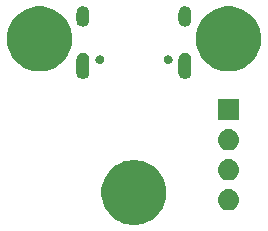
<source format=gbs>
G04 #@! TF.GenerationSoftware,KiCad,Pcbnew,(5.1.4)-1*
G04 #@! TF.CreationDate,2020-02-17T01:36:26-08:00*
G04 #@! TF.ProjectId,daughterboard,64617567-6874-4657-9262-6f6172642e6b,rev?*
G04 #@! TF.SameCoordinates,Original*
G04 #@! TF.FileFunction,Soldermask,Bot*
G04 #@! TF.FilePolarity,Negative*
%FSLAX46Y46*%
G04 Gerber Fmt 4.6, Leading zero omitted, Abs format (unit mm)*
G04 Created by KiCad (PCBNEW (5.1.4)-1) date 2020-02-17 01:36:26*
%MOMM*%
%LPD*%
G04 APERTURE LIST*
%ADD10C,0.100000*%
G04 APERTURE END LIST*
D10*
G36*
X11536694Y-13301860D02*
G01*
X11802437Y-13354719D01*
X12303087Y-13562095D01*
X12483561Y-13682684D01*
X12753660Y-13863158D01*
X13136842Y-14246340D01*
X13317316Y-14516439D01*
X13437905Y-14696913D01*
X13571363Y-15019109D01*
X13645281Y-15197564D01*
X13751000Y-15729049D01*
X13751000Y-16270951D01*
X13716703Y-16443373D01*
X13645281Y-16802437D01*
X13437905Y-17303087D01*
X13322160Y-17476311D01*
X13136842Y-17753660D01*
X12753660Y-18136842D01*
X12490774Y-18312496D01*
X12303087Y-18437905D01*
X11802437Y-18645281D01*
X11536693Y-18698141D01*
X11270951Y-18751000D01*
X10729049Y-18751000D01*
X10463307Y-18698141D01*
X10197563Y-18645281D01*
X9696913Y-18437905D01*
X9509226Y-18312496D01*
X9246340Y-18136842D01*
X8863158Y-17753660D01*
X8677840Y-17476311D01*
X8562095Y-17303087D01*
X8354719Y-16802437D01*
X8283297Y-16443373D01*
X8249000Y-16270951D01*
X8249000Y-15729049D01*
X8354719Y-15197564D01*
X8428637Y-15019109D01*
X8562095Y-14696913D01*
X8682684Y-14516439D01*
X8863158Y-14246340D01*
X9246340Y-13863158D01*
X9516439Y-13682684D01*
X9696913Y-13562095D01*
X10197563Y-13354719D01*
X10463306Y-13301860D01*
X10729049Y-13249000D01*
X11270951Y-13249000D01*
X11536694Y-13301860D01*
X11536694Y-13301860D01*
G37*
G36*
X19110442Y-15725518D02*
G01*
X19176627Y-15732037D01*
X19346466Y-15783557D01*
X19502991Y-15867222D01*
X19538729Y-15896552D01*
X19640186Y-15979814D01*
X19723448Y-16081271D01*
X19752778Y-16117009D01*
X19836443Y-16273534D01*
X19887963Y-16443373D01*
X19905359Y-16620000D01*
X19887963Y-16796627D01*
X19836443Y-16966466D01*
X19752778Y-17122991D01*
X19735212Y-17144395D01*
X19640186Y-17260186D01*
X19538729Y-17343448D01*
X19502991Y-17372778D01*
X19346466Y-17456443D01*
X19176627Y-17507963D01*
X19110442Y-17514482D01*
X19044260Y-17521000D01*
X18955740Y-17521000D01*
X18889558Y-17514482D01*
X18823373Y-17507963D01*
X18653534Y-17456443D01*
X18497009Y-17372778D01*
X18461271Y-17343448D01*
X18359814Y-17260186D01*
X18264788Y-17144395D01*
X18247222Y-17122991D01*
X18163557Y-16966466D01*
X18112037Y-16796627D01*
X18094641Y-16620000D01*
X18112037Y-16443373D01*
X18163557Y-16273534D01*
X18247222Y-16117009D01*
X18276552Y-16081271D01*
X18359814Y-15979814D01*
X18461271Y-15896552D01*
X18497009Y-15867222D01*
X18653534Y-15783557D01*
X18823373Y-15732037D01*
X18889558Y-15725518D01*
X18955740Y-15719000D01*
X19044260Y-15719000D01*
X19110442Y-15725518D01*
X19110442Y-15725518D01*
G37*
G36*
X19110442Y-13185518D02*
G01*
X19176627Y-13192037D01*
X19346466Y-13243557D01*
X19502991Y-13327222D01*
X19536496Y-13354719D01*
X19640186Y-13439814D01*
X19723448Y-13541271D01*
X19752778Y-13577009D01*
X19836443Y-13733534D01*
X19887963Y-13903373D01*
X19905359Y-14080000D01*
X19887963Y-14256627D01*
X19836443Y-14426466D01*
X19752778Y-14582991D01*
X19728537Y-14612529D01*
X19640186Y-14720186D01*
X19538729Y-14803448D01*
X19502991Y-14832778D01*
X19346466Y-14916443D01*
X19176627Y-14967963D01*
X19110442Y-14974482D01*
X19044260Y-14981000D01*
X18955740Y-14981000D01*
X18889558Y-14974482D01*
X18823373Y-14967963D01*
X18653534Y-14916443D01*
X18497009Y-14832778D01*
X18461271Y-14803448D01*
X18359814Y-14720186D01*
X18271463Y-14612529D01*
X18247222Y-14582991D01*
X18163557Y-14426466D01*
X18112037Y-14256627D01*
X18094641Y-14080000D01*
X18112037Y-13903373D01*
X18163557Y-13733534D01*
X18247222Y-13577009D01*
X18276552Y-13541271D01*
X18359814Y-13439814D01*
X18463504Y-13354719D01*
X18497009Y-13327222D01*
X18653534Y-13243557D01*
X18823373Y-13192037D01*
X18889558Y-13185518D01*
X18955740Y-13179000D01*
X19044260Y-13179000D01*
X19110442Y-13185518D01*
X19110442Y-13185518D01*
G37*
G36*
X19110442Y-10645518D02*
G01*
X19176627Y-10652037D01*
X19346466Y-10703557D01*
X19502991Y-10787222D01*
X19538729Y-10816552D01*
X19640186Y-10899814D01*
X19723448Y-11001271D01*
X19752778Y-11037009D01*
X19836443Y-11193534D01*
X19887963Y-11363373D01*
X19905359Y-11540000D01*
X19887963Y-11716627D01*
X19836443Y-11886466D01*
X19752778Y-12042991D01*
X19723448Y-12078729D01*
X19640186Y-12180186D01*
X19538729Y-12263448D01*
X19502991Y-12292778D01*
X19346466Y-12376443D01*
X19176627Y-12427963D01*
X19110443Y-12434481D01*
X19044260Y-12441000D01*
X18955740Y-12441000D01*
X18889557Y-12434481D01*
X18823373Y-12427963D01*
X18653534Y-12376443D01*
X18497009Y-12292778D01*
X18461271Y-12263448D01*
X18359814Y-12180186D01*
X18276552Y-12078729D01*
X18247222Y-12042991D01*
X18163557Y-11886466D01*
X18112037Y-11716627D01*
X18094641Y-11540000D01*
X18112037Y-11363373D01*
X18163557Y-11193534D01*
X18247222Y-11037009D01*
X18276552Y-11001271D01*
X18359814Y-10899814D01*
X18461271Y-10816552D01*
X18497009Y-10787222D01*
X18653534Y-10703557D01*
X18823373Y-10652037D01*
X18889558Y-10645518D01*
X18955740Y-10639000D01*
X19044260Y-10639000D01*
X19110442Y-10645518D01*
X19110442Y-10645518D01*
G37*
G36*
X19901000Y-9901000D02*
G01*
X18099000Y-9901000D01*
X18099000Y-8099000D01*
X19901000Y-8099000D01*
X19901000Y-9901000D01*
X19901000Y-9901000D01*
G37*
G36*
X6788015Y-4186973D02*
G01*
X6891879Y-4218479D01*
X6919055Y-4233005D01*
X6987600Y-4269643D01*
X7071501Y-4338499D01*
X7140357Y-4422400D01*
X7159354Y-4457942D01*
X7191521Y-4518121D01*
X7223027Y-4621985D01*
X7231000Y-4702933D01*
X7231000Y-5857067D01*
X7223027Y-5938015D01*
X7191521Y-6041879D01*
X7140356Y-6137600D01*
X7071501Y-6221501D01*
X7002645Y-6278009D01*
X6987599Y-6290357D01*
X6935907Y-6317987D01*
X6891878Y-6341521D01*
X6788014Y-6373027D01*
X6680000Y-6383666D01*
X6571985Y-6373027D01*
X6468121Y-6341521D01*
X6424093Y-6317987D01*
X6372401Y-6290357D01*
X6359643Y-6279887D01*
X6288499Y-6221501D01*
X6219644Y-6137600D01*
X6168479Y-6041878D01*
X6136973Y-5938014D01*
X6129000Y-5857066D01*
X6129001Y-4702933D01*
X6136974Y-4621985D01*
X6168480Y-4518121D01*
X6200647Y-4457942D01*
X6219644Y-4422400D01*
X6288500Y-4338499D01*
X6372401Y-4269643D01*
X6440946Y-4233005D01*
X6468122Y-4218479D01*
X6571986Y-4186973D01*
X6680000Y-4176334D01*
X6788015Y-4186973D01*
X6788015Y-4186973D01*
G37*
G36*
X15428015Y-4186973D02*
G01*
X15531879Y-4218479D01*
X15559055Y-4233005D01*
X15627600Y-4269643D01*
X15711501Y-4338499D01*
X15780357Y-4422400D01*
X15799354Y-4457942D01*
X15831521Y-4518121D01*
X15863027Y-4621985D01*
X15871000Y-4702933D01*
X15871000Y-5857067D01*
X15863027Y-5938015D01*
X15831521Y-6041879D01*
X15780356Y-6137600D01*
X15711501Y-6221501D01*
X15642645Y-6278009D01*
X15627599Y-6290357D01*
X15575907Y-6317987D01*
X15531878Y-6341521D01*
X15428014Y-6373027D01*
X15320000Y-6383666D01*
X15211985Y-6373027D01*
X15108121Y-6341521D01*
X15064093Y-6317987D01*
X15012401Y-6290357D01*
X14999643Y-6279887D01*
X14928499Y-6221501D01*
X14859644Y-6137600D01*
X14808479Y-6041878D01*
X14776973Y-5938014D01*
X14769000Y-5857066D01*
X14769001Y-4702933D01*
X14776974Y-4621985D01*
X14808480Y-4518121D01*
X14840647Y-4457942D01*
X14859644Y-4422400D01*
X14928500Y-4338499D01*
X15012401Y-4269643D01*
X15080946Y-4233005D01*
X15108122Y-4218479D01*
X15211986Y-4186973D01*
X15320000Y-4176334D01*
X15428015Y-4186973D01*
X15428015Y-4186973D01*
G37*
G36*
X3469425Y-288479D02*
G01*
X3802437Y-354719D01*
X4303087Y-562095D01*
X4483561Y-682684D01*
X4753660Y-863158D01*
X5136842Y-1246340D01*
X5311685Y-1508012D01*
X5437905Y-1696913D01*
X5571363Y-2019109D01*
X5645281Y-2197564D01*
X5751000Y-2729049D01*
X5751000Y-3270951D01*
X5715186Y-3451000D01*
X5645281Y-3802437D01*
X5437905Y-4303087D01*
X5380867Y-4388450D01*
X5136842Y-4753660D01*
X4753660Y-5136842D01*
X4490774Y-5312496D01*
X4303087Y-5437905D01*
X3802437Y-5645281D01*
X3536694Y-5698140D01*
X3270951Y-5751000D01*
X2729049Y-5751000D01*
X2463306Y-5698140D01*
X2197563Y-5645281D01*
X1696913Y-5437905D01*
X1509226Y-5312496D01*
X1246340Y-5136842D01*
X863158Y-4753660D01*
X619133Y-4388450D01*
X562095Y-4303087D01*
X354719Y-3802437D01*
X284814Y-3451000D01*
X249000Y-3270951D01*
X249000Y-2729049D01*
X354719Y-2197564D01*
X428637Y-2019109D01*
X562095Y-1696913D01*
X688315Y-1508012D01*
X863158Y-1246340D01*
X1246340Y-863158D01*
X1516439Y-682684D01*
X1696913Y-562095D01*
X2197563Y-354719D01*
X2530575Y-288479D01*
X2729049Y-249000D01*
X3270951Y-249000D01*
X3469425Y-288479D01*
X3469425Y-288479D01*
G37*
G36*
X19469425Y-288479D02*
G01*
X19802437Y-354719D01*
X20303087Y-562095D01*
X20483561Y-682684D01*
X20753660Y-863158D01*
X21136842Y-1246340D01*
X21311685Y-1508012D01*
X21437905Y-1696913D01*
X21571363Y-2019109D01*
X21645281Y-2197564D01*
X21751000Y-2729049D01*
X21751000Y-3270951D01*
X21715186Y-3451000D01*
X21645281Y-3802437D01*
X21437905Y-4303087D01*
X21380867Y-4388450D01*
X21136842Y-4753660D01*
X20753660Y-5136842D01*
X20490774Y-5312496D01*
X20303087Y-5437905D01*
X19802437Y-5645281D01*
X19536694Y-5698140D01*
X19270951Y-5751000D01*
X18729049Y-5751000D01*
X18463306Y-5698140D01*
X18197563Y-5645281D01*
X17696913Y-5437905D01*
X17509226Y-5312496D01*
X17246340Y-5136842D01*
X16863158Y-4753660D01*
X16619133Y-4388450D01*
X16562095Y-4303087D01*
X16354719Y-3802437D01*
X16284814Y-3451000D01*
X16249000Y-3270951D01*
X16249000Y-2729049D01*
X16354719Y-2197564D01*
X16428637Y-2019109D01*
X16562095Y-1696913D01*
X16688315Y-1508012D01*
X16863158Y-1246340D01*
X17246340Y-863158D01*
X17516439Y-682684D01*
X17696913Y-562095D01*
X18197563Y-354719D01*
X18530575Y-288479D01*
X18729049Y-249000D01*
X19270951Y-249000D01*
X19469425Y-288479D01*
X19469425Y-288479D01*
G37*
G36*
X13999672Y-4388449D02*
G01*
X13999674Y-4388450D01*
X13999675Y-4388450D01*
X14068103Y-4416793D01*
X14129686Y-4457942D01*
X14182058Y-4510314D01*
X14223207Y-4571897D01*
X14251550Y-4640325D01*
X14251551Y-4640328D01*
X14266000Y-4712966D01*
X14266000Y-4787034D01*
X14257143Y-4831562D01*
X14251550Y-4859675D01*
X14223207Y-4928103D01*
X14182058Y-4989686D01*
X14129686Y-5042058D01*
X14068103Y-5083207D01*
X13999675Y-5111550D01*
X13999674Y-5111550D01*
X13999672Y-5111551D01*
X13927034Y-5126000D01*
X13852966Y-5126000D01*
X13780328Y-5111551D01*
X13780326Y-5111550D01*
X13780325Y-5111550D01*
X13711897Y-5083207D01*
X13650314Y-5042058D01*
X13597942Y-4989686D01*
X13556793Y-4928103D01*
X13528450Y-4859675D01*
X13522858Y-4831562D01*
X13514000Y-4787034D01*
X13514000Y-4712966D01*
X13528449Y-4640328D01*
X13528450Y-4640325D01*
X13556793Y-4571897D01*
X13597942Y-4510314D01*
X13650314Y-4457942D01*
X13711897Y-4416793D01*
X13780325Y-4388450D01*
X13780326Y-4388450D01*
X13780328Y-4388449D01*
X13852966Y-4374000D01*
X13927034Y-4374000D01*
X13999672Y-4388449D01*
X13999672Y-4388449D01*
G37*
G36*
X8219672Y-4388449D02*
G01*
X8219674Y-4388450D01*
X8219675Y-4388450D01*
X8288103Y-4416793D01*
X8349686Y-4457942D01*
X8402058Y-4510314D01*
X8443207Y-4571897D01*
X8471550Y-4640325D01*
X8471551Y-4640328D01*
X8486000Y-4712966D01*
X8486000Y-4787034D01*
X8477143Y-4831562D01*
X8471550Y-4859675D01*
X8443207Y-4928103D01*
X8402058Y-4989686D01*
X8349686Y-5042058D01*
X8288103Y-5083207D01*
X8219675Y-5111550D01*
X8219674Y-5111550D01*
X8219672Y-5111551D01*
X8147034Y-5126000D01*
X8072966Y-5126000D01*
X8000328Y-5111551D01*
X8000326Y-5111550D01*
X8000325Y-5111550D01*
X7931897Y-5083207D01*
X7870314Y-5042058D01*
X7817942Y-4989686D01*
X7776793Y-4928103D01*
X7748450Y-4859675D01*
X7742858Y-4831562D01*
X7734000Y-4787034D01*
X7734000Y-4712966D01*
X7748449Y-4640328D01*
X7748450Y-4640325D01*
X7776793Y-4571897D01*
X7817942Y-4510314D01*
X7870314Y-4457942D01*
X7931897Y-4416793D01*
X8000325Y-4388450D01*
X8000326Y-4388450D01*
X8000328Y-4388449D01*
X8072966Y-4374000D01*
X8147034Y-4374000D01*
X8219672Y-4388449D01*
X8219672Y-4388449D01*
G37*
G36*
X6788015Y-256973D02*
G01*
X6891879Y-288479D01*
X6919055Y-303005D01*
X6987600Y-339643D01*
X7071501Y-408499D01*
X7140357Y-492400D01*
X7176995Y-560945D01*
X7191521Y-588121D01*
X7223027Y-691985D01*
X7231000Y-772933D01*
X7231000Y-1427067D01*
X7223027Y-1508015D01*
X7191521Y-1611879D01*
X7167987Y-1655907D01*
X7146069Y-1696913D01*
X7140356Y-1707600D01*
X7071501Y-1791501D01*
X7002645Y-1848009D01*
X6987599Y-1860357D01*
X6935907Y-1887987D01*
X6891878Y-1911521D01*
X6788014Y-1943027D01*
X6680000Y-1953666D01*
X6571985Y-1943027D01*
X6468121Y-1911521D01*
X6424093Y-1887987D01*
X6372401Y-1860357D01*
X6359643Y-1849887D01*
X6288499Y-1791501D01*
X6219644Y-1707600D01*
X6213932Y-1696913D01*
X6168827Y-1612529D01*
X6168479Y-1611878D01*
X6136973Y-1508014D01*
X6129000Y-1427066D01*
X6129000Y-772933D01*
X6136973Y-691985D01*
X6168480Y-588121D01*
X6182391Y-562095D01*
X6219645Y-492399D01*
X6288500Y-408499D01*
X6372401Y-339643D01*
X6440946Y-303005D01*
X6468122Y-288479D01*
X6571986Y-256973D01*
X6680000Y-246334D01*
X6788015Y-256973D01*
X6788015Y-256973D01*
G37*
G36*
X15428015Y-256973D02*
G01*
X15531879Y-288479D01*
X15559055Y-303005D01*
X15627600Y-339643D01*
X15711501Y-408499D01*
X15780357Y-492400D01*
X15816995Y-560945D01*
X15831521Y-588121D01*
X15863027Y-691985D01*
X15871000Y-772933D01*
X15871000Y-1427067D01*
X15863027Y-1508015D01*
X15831521Y-1611879D01*
X15807987Y-1655907D01*
X15786069Y-1696913D01*
X15780356Y-1707600D01*
X15711501Y-1791501D01*
X15642645Y-1848009D01*
X15627599Y-1860357D01*
X15575907Y-1887987D01*
X15531878Y-1911521D01*
X15428014Y-1943027D01*
X15320000Y-1953666D01*
X15211985Y-1943027D01*
X15108121Y-1911521D01*
X15064093Y-1887987D01*
X15012401Y-1860357D01*
X14999643Y-1849887D01*
X14928499Y-1791501D01*
X14859644Y-1707600D01*
X14853932Y-1696913D01*
X14808827Y-1612529D01*
X14808479Y-1611878D01*
X14776973Y-1508014D01*
X14769000Y-1427066D01*
X14769000Y-772933D01*
X14776973Y-691985D01*
X14808480Y-588121D01*
X14822391Y-562095D01*
X14859645Y-492399D01*
X14928500Y-408499D01*
X15012401Y-339643D01*
X15080946Y-303005D01*
X15108122Y-288479D01*
X15211986Y-256973D01*
X15320000Y-246334D01*
X15428015Y-256973D01*
X15428015Y-256973D01*
G37*
M02*

</source>
